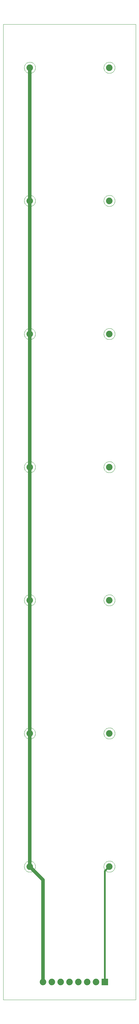
<source format=gtl>
G75*
G70*
%OFA0B0*%
%FSLAX24Y24*%
%IPPOS*%
%LPD*%
%AMOC8*
5,1,8,0,0,1.08239X$1,22.5*
%
%ADD10C,0.0000*%
%ADD11C,0.0740*%
%ADD12R,0.0740X0.0740*%
%ADD13C,0.0400*%
%ADD14C,0.0200*%
D10*
X000100Y000100D02*
X000100Y109970D01*
X015092Y109970D01*
X015092Y000100D01*
X000100Y000100D01*
X002470Y015100D02*
X002472Y015150D01*
X002478Y015200D01*
X002488Y015249D01*
X002502Y015297D01*
X002519Y015344D01*
X002540Y015389D01*
X002565Y015433D01*
X002593Y015474D01*
X002625Y015513D01*
X002659Y015550D01*
X002696Y015584D01*
X002736Y015614D01*
X002778Y015641D01*
X002822Y015665D01*
X002868Y015686D01*
X002915Y015702D01*
X002963Y015715D01*
X003013Y015724D01*
X003062Y015729D01*
X003113Y015730D01*
X003163Y015727D01*
X003212Y015720D01*
X003261Y015709D01*
X003309Y015694D01*
X003355Y015676D01*
X003400Y015654D01*
X003443Y015628D01*
X003484Y015599D01*
X003523Y015567D01*
X003559Y015532D01*
X003591Y015494D01*
X003621Y015454D01*
X003648Y015411D01*
X003671Y015367D01*
X003690Y015321D01*
X003706Y015273D01*
X003718Y015224D01*
X003726Y015175D01*
X003730Y015125D01*
X003730Y015075D01*
X003726Y015025D01*
X003718Y014976D01*
X003706Y014927D01*
X003690Y014879D01*
X003671Y014833D01*
X003648Y014789D01*
X003621Y014746D01*
X003591Y014706D01*
X003559Y014668D01*
X003523Y014633D01*
X003484Y014601D01*
X003443Y014572D01*
X003400Y014546D01*
X003355Y014524D01*
X003309Y014506D01*
X003261Y014491D01*
X003212Y014480D01*
X003163Y014473D01*
X003113Y014470D01*
X003062Y014471D01*
X003013Y014476D01*
X002963Y014485D01*
X002915Y014498D01*
X002868Y014514D01*
X002822Y014535D01*
X002778Y014559D01*
X002736Y014586D01*
X002696Y014616D01*
X002659Y014650D01*
X002625Y014687D01*
X002593Y014726D01*
X002565Y014767D01*
X002540Y014811D01*
X002519Y014856D01*
X002502Y014903D01*
X002488Y014951D01*
X002478Y015000D01*
X002472Y015050D01*
X002470Y015100D01*
X002470Y030100D02*
X002472Y030150D01*
X002478Y030200D01*
X002488Y030249D01*
X002502Y030297D01*
X002519Y030344D01*
X002540Y030389D01*
X002565Y030433D01*
X002593Y030474D01*
X002625Y030513D01*
X002659Y030550D01*
X002696Y030584D01*
X002736Y030614D01*
X002778Y030641D01*
X002822Y030665D01*
X002868Y030686D01*
X002915Y030702D01*
X002963Y030715D01*
X003013Y030724D01*
X003062Y030729D01*
X003113Y030730D01*
X003163Y030727D01*
X003212Y030720D01*
X003261Y030709D01*
X003309Y030694D01*
X003355Y030676D01*
X003400Y030654D01*
X003443Y030628D01*
X003484Y030599D01*
X003523Y030567D01*
X003559Y030532D01*
X003591Y030494D01*
X003621Y030454D01*
X003648Y030411D01*
X003671Y030367D01*
X003690Y030321D01*
X003706Y030273D01*
X003718Y030224D01*
X003726Y030175D01*
X003730Y030125D01*
X003730Y030075D01*
X003726Y030025D01*
X003718Y029976D01*
X003706Y029927D01*
X003690Y029879D01*
X003671Y029833D01*
X003648Y029789D01*
X003621Y029746D01*
X003591Y029706D01*
X003559Y029668D01*
X003523Y029633D01*
X003484Y029601D01*
X003443Y029572D01*
X003400Y029546D01*
X003355Y029524D01*
X003309Y029506D01*
X003261Y029491D01*
X003212Y029480D01*
X003163Y029473D01*
X003113Y029470D01*
X003062Y029471D01*
X003013Y029476D01*
X002963Y029485D01*
X002915Y029498D01*
X002868Y029514D01*
X002822Y029535D01*
X002778Y029559D01*
X002736Y029586D01*
X002696Y029616D01*
X002659Y029650D01*
X002625Y029687D01*
X002593Y029726D01*
X002565Y029767D01*
X002540Y029811D01*
X002519Y029856D01*
X002502Y029903D01*
X002488Y029951D01*
X002478Y030000D01*
X002472Y030050D01*
X002470Y030100D01*
X002470Y045100D02*
X002472Y045150D01*
X002478Y045200D01*
X002488Y045249D01*
X002502Y045297D01*
X002519Y045344D01*
X002540Y045389D01*
X002565Y045433D01*
X002593Y045474D01*
X002625Y045513D01*
X002659Y045550D01*
X002696Y045584D01*
X002736Y045614D01*
X002778Y045641D01*
X002822Y045665D01*
X002868Y045686D01*
X002915Y045702D01*
X002963Y045715D01*
X003013Y045724D01*
X003062Y045729D01*
X003113Y045730D01*
X003163Y045727D01*
X003212Y045720D01*
X003261Y045709D01*
X003309Y045694D01*
X003355Y045676D01*
X003400Y045654D01*
X003443Y045628D01*
X003484Y045599D01*
X003523Y045567D01*
X003559Y045532D01*
X003591Y045494D01*
X003621Y045454D01*
X003648Y045411D01*
X003671Y045367D01*
X003690Y045321D01*
X003706Y045273D01*
X003718Y045224D01*
X003726Y045175D01*
X003730Y045125D01*
X003730Y045075D01*
X003726Y045025D01*
X003718Y044976D01*
X003706Y044927D01*
X003690Y044879D01*
X003671Y044833D01*
X003648Y044789D01*
X003621Y044746D01*
X003591Y044706D01*
X003559Y044668D01*
X003523Y044633D01*
X003484Y044601D01*
X003443Y044572D01*
X003400Y044546D01*
X003355Y044524D01*
X003309Y044506D01*
X003261Y044491D01*
X003212Y044480D01*
X003163Y044473D01*
X003113Y044470D01*
X003062Y044471D01*
X003013Y044476D01*
X002963Y044485D01*
X002915Y044498D01*
X002868Y044514D01*
X002822Y044535D01*
X002778Y044559D01*
X002736Y044586D01*
X002696Y044616D01*
X002659Y044650D01*
X002625Y044687D01*
X002593Y044726D01*
X002565Y044767D01*
X002540Y044811D01*
X002519Y044856D01*
X002502Y044903D01*
X002488Y044951D01*
X002478Y045000D01*
X002472Y045050D01*
X002470Y045100D01*
X002470Y060100D02*
X002472Y060150D01*
X002478Y060200D01*
X002488Y060249D01*
X002502Y060297D01*
X002519Y060344D01*
X002540Y060389D01*
X002565Y060433D01*
X002593Y060474D01*
X002625Y060513D01*
X002659Y060550D01*
X002696Y060584D01*
X002736Y060614D01*
X002778Y060641D01*
X002822Y060665D01*
X002868Y060686D01*
X002915Y060702D01*
X002963Y060715D01*
X003013Y060724D01*
X003062Y060729D01*
X003113Y060730D01*
X003163Y060727D01*
X003212Y060720D01*
X003261Y060709D01*
X003309Y060694D01*
X003355Y060676D01*
X003400Y060654D01*
X003443Y060628D01*
X003484Y060599D01*
X003523Y060567D01*
X003559Y060532D01*
X003591Y060494D01*
X003621Y060454D01*
X003648Y060411D01*
X003671Y060367D01*
X003690Y060321D01*
X003706Y060273D01*
X003718Y060224D01*
X003726Y060175D01*
X003730Y060125D01*
X003730Y060075D01*
X003726Y060025D01*
X003718Y059976D01*
X003706Y059927D01*
X003690Y059879D01*
X003671Y059833D01*
X003648Y059789D01*
X003621Y059746D01*
X003591Y059706D01*
X003559Y059668D01*
X003523Y059633D01*
X003484Y059601D01*
X003443Y059572D01*
X003400Y059546D01*
X003355Y059524D01*
X003309Y059506D01*
X003261Y059491D01*
X003212Y059480D01*
X003163Y059473D01*
X003113Y059470D01*
X003062Y059471D01*
X003013Y059476D01*
X002963Y059485D01*
X002915Y059498D01*
X002868Y059514D01*
X002822Y059535D01*
X002778Y059559D01*
X002736Y059586D01*
X002696Y059616D01*
X002659Y059650D01*
X002625Y059687D01*
X002593Y059726D01*
X002565Y059767D01*
X002540Y059811D01*
X002519Y059856D01*
X002502Y059903D01*
X002488Y059951D01*
X002478Y060000D01*
X002472Y060050D01*
X002470Y060100D01*
X002470Y075100D02*
X002472Y075150D01*
X002478Y075200D01*
X002488Y075249D01*
X002502Y075297D01*
X002519Y075344D01*
X002540Y075389D01*
X002565Y075433D01*
X002593Y075474D01*
X002625Y075513D01*
X002659Y075550D01*
X002696Y075584D01*
X002736Y075614D01*
X002778Y075641D01*
X002822Y075665D01*
X002868Y075686D01*
X002915Y075702D01*
X002963Y075715D01*
X003013Y075724D01*
X003062Y075729D01*
X003113Y075730D01*
X003163Y075727D01*
X003212Y075720D01*
X003261Y075709D01*
X003309Y075694D01*
X003355Y075676D01*
X003400Y075654D01*
X003443Y075628D01*
X003484Y075599D01*
X003523Y075567D01*
X003559Y075532D01*
X003591Y075494D01*
X003621Y075454D01*
X003648Y075411D01*
X003671Y075367D01*
X003690Y075321D01*
X003706Y075273D01*
X003718Y075224D01*
X003726Y075175D01*
X003730Y075125D01*
X003730Y075075D01*
X003726Y075025D01*
X003718Y074976D01*
X003706Y074927D01*
X003690Y074879D01*
X003671Y074833D01*
X003648Y074789D01*
X003621Y074746D01*
X003591Y074706D01*
X003559Y074668D01*
X003523Y074633D01*
X003484Y074601D01*
X003443Y074572D01*
X003400Y074546D01*
X003355Y074524D01*
X003309Y074506D01*
X003261Y074491D01*
X003212Y074480D01*
X003163Y074473D01*
X003113Y074470D01*
X003062Y074471D01*
X003013Y074476D01*
X002963Y074485D01*
X002915Y074498D01*
X002868Y074514D01*
X002822Y074535D01*
X002778Y074559D01*
X002736Y074586D01*
X002696Y074616D01*
X002659Y074650D01*
X002625Y074687D01*
X002593Y074726D01*
X002565Y074767D01*
X002540Y074811D01*
X002519Y074856D01*
X002502Y074903D01*
X002488Y074951D01*
X002478Y075000D01*
X002472Y075050D01*
X002470Y075100D01*
X002470Y090100D02*
X002472Y090150D01*
X002478Y090200D01*
X002488Y090249D01*
X002502Y090297D01*
X002519Y090344D01*
X002540Y090389D01*
X002565Y090433D01*
X002593Y090474D01*
X002625Y090513D01*
X002659Y090550D01*
X002696Y090584D01*
X002736Y090614D01*
X002778Y090641D01*
X002822Y090665D01*
X002868Y090686D01*
X002915Y090702D01*
X002963Y090715D01*
X003013Y090724D01*
X003062Y090729D01*
X003113Y090730D01*
X003163Y090727D01*
X003212Y090720D01*
X003261Y090709D01*
X003309Y090694D01*
X003355Y090676D01*
X003400Y090654D01*
X003443Y090628D01*
X003484Y090599D01*
X003523Y090567D01*
X003559Y090532D01*
X003591Y090494D01*
X003621Y090454D01*
X003648Y090411D01*
X003671Y090367D01*
X003690Y090321D01*
X003706Y090273D01*
X003718Y090224D01*
X003726Y090175D01*
X003730Y090125D01*
X003730Y090075D01*
X003726Y090025D01*
X003718Y089976D01*
X003706Y089927D01*
X003690Y089879D01*
X003671Y089833D01*
X003648Y089789D01*
X003621Y089746D01*
X003591Y089706D01*
X003559Y089668D01*
X003523Y089633D01*
X003484Y089601D01*
X003443Y089572D01*
X003400Y089546D01*
X003355Y089524D01*
X003309Y089506D01*
X003261Y089491D01*
X003212Y089480D01*
X003163Y089473D01*
X003113Y089470D01*
X003062Y089471D01*
X003013Y089476D01*
X002963Y089485D01*
X002915Y089498D01*
X002868Y089514D01*
X002822Y089535D01*
X002778Y089559D01*
X002736Y089586D01*
X002696Y089616D01*
X002659Y089650D01*
X002625Y089687D01*
X002593Y089726D01*
X002565Y089767D01*
X002540Y089811D01*
X002519Y089856D01*
X002502Y089903D01*
X002488Y089951D01*
X002478Y090000D01*
X002472Y090050D01*
X002470Y090100D01*
X002470Y105100D02*
X002472Y105150D01*
X002478Y105200D01*
X002488Y105249D01*
X002502Y105297D01*
X002519Y105344D01*
X002540Y105389D01*
X002565Y105433D01*
X002593Y105474D01*
X002625Y105513D01*
X002659Y105550D01*
X002696Y105584D01*
X002736Y105614D01*
X002778Y105641D01*
X002822Y105665D01*
X002868Y105686D01*
X002915Y105702D01*
X002963Y105715D01*
X003013Y105724D01*
X003062Y105729D01*
X003113Y105730D01*
X003163Y105727D01*
X003212Y105720D01*
X003261Y105709D01*
X003309Y105694D01*
X003355Y105676D01*
X003400Y105654D01*
X003443Y105628D01*
X003484Y105599D01*
X003523Y105567D01*
X003559Y105532D01*
X003591Y105494D01*
X003621Y105454D01*
X003648Y105411D01*
X003671Y105367D01*
X003690Y105321D01*
X003706Y105273D01*
X003718Y105224D01*
X003726Y105175D01*
X003730Y105125D01*
X003730Y105075D01*
X003726Y105025D01*
X003718Y104976D01*
X003706Y104927D01*
X003690Y104879D01*
X003671Y104833D01*
X003648Y104789D01*
X003621Y104746D01*
X003591Y104706D01*
X003559Y104668D01*
X003523Y104633D01*
X003484Y104601D01*
X003443Y104572D01*
X003400Y104546D01*
X003355Y104524D01*
X003309Y104506D01*
X003261Y104491D01*
X003212Y104480D01*
X003163Y104473D01*
X003113Y104470D01*
X003062Y104471D01*
X003013Y104476D01*
X002963Y104485D01*
X002915Y104498D01*
X002868Y104514D01*
X002822Y104535D01*
X002778Y104559D01*
X002736Y104586D01*
X002696Y104616D01*
X002659Y104650D01*
X002625Y104687D01*
X002593Y104726D01*
X002565Y104767D01*
X002540Y104811D01*
X002519Y104856D01*
X002502Y104903D01*
X002488Y104951D01*
X002478Y105000D01*
X002472Y105050D01*
X002470Y105100D01*
X011470Y105100D02*
X011472Y105150D01*
X011478Y105200D01*
X011488Y105249D01*
X011502Y105297D01*
X011519Y105344D01*
X011540Y105389D01*
X011565Y105433D01*
X011593Y105474D01*
X011625Y105513D01*
X011659Y105550D01*
X011696Y105584D01*
X011736Y105614D01*
X011778Y105641D01*
X011822Y105665D01*
X011868Y105686D01*
X011915Y105702D01*
X011963Y105715D01*
X012013Y105724D01*
X012062Y105729D01*
X012113Y105730D01*
X012163Y105727D01*
X012212Y105720D01*
X012261Y105709D01*
X012309Y105694D01*
X012355Y105676D01*
X012400Y105654D01*
X012443Y105628D01*
X012484Y105599D01*
X012523Y105567D01*
X012559Y105532D01*
X012591Y105494D01*
X012621Y105454D01*
X012648Y105411D01*
X012671Y105367D01*
X012690Y105321D01*
X012706Y105273D01*
X012718Y105224D01*
X012726Y105175D01*
X012730Y105125D01*
X012730Y105075D01*
X012726Y105025D01*
X012718Y104976D01*
X012706Y104927D01*
X012690Y104879D01*
X012671Y104833D01*
X012648Y104789D01*
X012621Y104746D01*
X012591Y104706D01*
X012559Y104668D01*
X012523Y104633D01*
X012484Y104601D01*
X012443Y104572D01*
X012400Y104546D01*
X012355Y104524D01*
X012309Y104506D01*
X012261Y104491D01*
X012212Y104480D01*
X012163Y104473D01*
X012113Y104470D01*
X012062Y104471D01*
X012013Y104476D01*
X011963Y104485D01*
X011915Y104498D01*
X011868Y104514D01*
X011822Y104535D01*
X011778Y104559D01*
X011736Y104586D01*
X011696Y104616D01*
X011659Y104650D01*
X011625Y104687D01*
X011593Y104726D01*
X011565Y104767D01*
X011540Y104811D01*
X011519Y104856D01*
X011502Y104903D01*
X011488Y104951D01*
X011478Y105000D01*
X011472Y105050D01*
X011470Y105100D01*
X011470Y090100D02*
X011472Y090150D01*
X011478Y090200D01*
X011488Y090249D01*
X011502Y090297D01*
X011519Y090344D01*
X011540Y090389D01*
X011565Y090433D01*
X011593Y090474D01*
X011625Y090513D01*
X011659Y090550D01*
X011696Y090584D01*
X011736Y090614D01*
X011778Y090641D01*
X011822Y090665D01*
X011868Y090686D01*
X011915Y090702D01*
X011963Y090715D01*
X012013Y090724D01*
X012062Y090729D01*
X012113Y090730D01*
X012163Y090727D01*
X012212Y090720D01*
X012261Y090709D01*
X012309Y090694D01*
X012355Y090676D01*
X012400Y090654D01*
X012443Y090628D01*
X012484Y090599D01*
X012523Y090567D01*
X012559Y090532D01*
X012591Y090494D01*
X012621Y090454D01*
X012648Y090411D01*
X012671Y090367D01*
X012690Y090321D01*
X012706Y090273D01*
X012718Y090224D01*
X012726Y090175D01*
X012730Y090125D01*
X012730Y090075D01*
X012726Y090025D01*
X012718Y089976D01*
X012706Y089927D01*
X012690Y089879D01*
X012671Y089833D01*
X012648Y089789D01*
X012621Y089746D01*
X012591Y089706D01*
X012559Y089668D01*
X012523Y089633D01*
X012484Y089601D01*
X012443Y089572D01*
X012400Y089546D01*
X012355Y089524D01*
X012309Y089506D01*
X012261Y089491D01*
X012212Y089480D01*
X012163Y089473D01*
X012113Y089470D01*
X012062Y089471D01*
X012013Y089476D01*
X011963Y089485D01*
X011915Y089498D01*
X011868Y089514D01*
X011822Y089535D01*
X011778Y089559D01*
X011736Y089586D01*
X011696Y089616D01*
X011659Y089650D01*
X011625Y089687D01*
X011593Y089726D01*
X011565Y089767D01*
X011540Y089811D01*
X011519Y089856D01*
X011502Y089903D01*
X011488Y089951D01*
X011478Y090000D01*
X011472Y090050D01*
X011470Y090100D01*
X011470Y075100D02*
X011472Y075150D01*
X011478Y075200D01*
X011488Y075249D01*
X011502Y075297D01*
X011519Y075344D01*
X011540Y075389D01*
X011565Y075433D01*
X011593Y075474D01*
X011625Y075513D01*
X011659Y075550D01*
X011696Y075584D01*
X011736Y075614D01*
X011778Y075641D01*
X011822Y075665D01*
X011868Y075686D01*
X011915Y075702D01*
X011963Y075715D01*
X012013Y075724D01*
X012062Y075729D01*
X012113Y075730D01*
X012163Y075727D01*
X012212Y075720D01*
X012261Y075709D01*
X012309Y075694D01*
X012355Y075676D01*
X012400Y075654D01*
X012443Y075628D01*
X012484Y075599D01*
X012523Y075567D01*
X012559Y075532D01*
X012591Y075494D01*
X012621Y075454D01*
X012648Y075411D01*
X012671Y075367D01*
X012690Y075321D01*
X012706Y075273D01*
X012718Y075224D01*
X012726Y075175D01*
X012730Y075125D01*
X012730Y075075D01*
X012726Y075025D01*
X012718Y074976D01*
X012706Y074927D01*
X012690Y074879D01*
X012671Y074833D01*
X012648Y074789D01*
X012621Y074746D01*
X012591Y074706D01*
X012559Y074668D01*
X012523Y074633D01*
X012484Y074601D01*
X012443Y074572D01*
X012400Y074546D01*
X012355Y074524D01*
X012309Y074506D01*
X012261Y074491D01*
X012212Y074480D01*
X012163Y074473D01*
X012113Y074470D01*
X012062Y074471D01*
X012013Y074476D01*
X011963Y074485D01*
X011915Y074498D01*
X011868Y074514D01*
X011822Y074535D01*
X011778Y074559D01*
X011736Y074586D01*
X011696Y074616D01*
X011659Y074650D01*
X011625Y074687D01*
X011593Y074726D01*
X011565Y074767D01*
X011540Y074811D01*
X011519Y074856D01*
X011502Y074903D01*
X011488Y074951D01*
X011478Y075000D01*
X011472Y075050D01*
X011470Y075100D01*
X011470Y060100D02*
X011472Y060150D01*
X011478Y060200D01*
X011488Y060249D01*
X011502Y060297D01*
X011519Y060344D01*
X011540Y060389D01*
X011565Y060433D01*
X011593Y060474D01*
X011625Y060513D01*
X011659Y060550D01*
X011696Y060584D01*
X011736Y060614D01*
X011778Y060641D01*
X011822Y060665D01*
X011868Y060686D01*
X011915Y060702D01*
X011963Y060715D01*
X012013Y060724D01*
X012062Y060729D01*
X012113Y060730D01*
X012163Y060727D01*
X012212Y060720D01*
X012261Y060709D01*
X012309Y060694D01*
X012355Y060676D01*
X012400Y060654D01*
X012443Y060628D01*
X012484Y060599D01*
X012523Y060567D01*
X012559Y060532D01*
X012591Y060494D01*
X012621Y060454D01*
X012648Y060411D01*
X012671Y060367D01*
X012690Y060321D01*
X012706Y060273D01*
X012718Y060224D01*
X012726Y060175D01*
X012730Y060125D01*
X012730Y060075D01*
X012726Y060025D01*
X012718Y059976D01*
X012706Y059927D01*
X012690Y059879D01*
X012671Y059833D01*
X012648Y059789D01*
X012621Y059746D01*
X012591Y059706D01*
X012559Y059668D01*
X012523Y059633D01*
X012484Y059601D01*
X012443Y059572D01*
X012400Y059546D01*
X012355Y059524D01*
X012309Y059506D01*
X012261Y059491D01*
X012212Y059480D01*
X012163Y059473D01*
X012113Y059470D01*
X012062Y059471D01*
X012013Y059476D01*
X011963Y059485D01*
X011915Y059498D01*
X011868Y059514D01*
X011822Y059535D01*
X011778Y059559D01*
X011736Y059586D01*
X011696Y059616D01*
X011659Y059650D01*
X011625Y059687D01*
X011593Y059726D01*
X011565Y059767D01*
X011540Y059811D01*
X011519Y059856D01*
X011502Y059903D01*
X011488Y059951D01*
X011478Y060000D01*
X011472Y060050D01*
X011470Y060100D01*
X011470Y045100D02*
X011472Y045150D01*
X011478Y045200D01*
X011488Y045249D01*
X011502Y045297D01*
X011519Y045344D01*
X011540Y045389D01*
X011565Y045433D01*
X011593Y045474D01*
X011625Y045513D01*
X011659Y045550D01*
X011696Y045584D01*
X011736Y045614D01*
X011778Y045641D01*
X011822Y045665D01*
X011868Y045686D01*
X011915Y045702D01*
X011963Y045715D01*
X012013Y045724D01*
X012062Y045729D01*
X012113Y045730D01*
X012163Y045727D01*
X012212Y045720D01*
X012261Y045709D01*
X012309Y045694D01*
X012355Y045676D01*
X012400Y045654D01*
X012443Y045628D01*
X012484Y045599D01*
X012523Y045567D01*
X012559Y045532D01*
X012591Y045494D01*
X012621Y045454D01*
X012648Y045411D01*
X012671Y045367D01*
X012690Y045321D01*
X012706Y045273D01*
X012718Y045224D01*
X012726Y045175D01*
X012730Y045125D01*
X012730Y045075D01*
X012726Y045025D01*
X012718Y044976D01*
X012706Y044927D01*
X012690Y044879D01*
X012671Y044833D01*
X012648Y044789D01*
X012621Y044746D01*
X012591Y044706D01*
X012559Y044668D01*
X012523Y044633D01*
X012484Y044601D01*
X012443Y044572D01*
X012400Y044546D01*
X012355Y044524D01*
X012309Y044506D01*
X012261Y044491D01*
X012212Y044480D01*
X012163Y044473D01*
X012113Y044470D01*
X012062Y044471D01*
X012013Y044476D01*
X011963Y044485D01*
X011915Y044498D01*
X011868Y044514D01*
X011822Y044535D01*
X011778Y044559D01*
X011736Y044586D01*
X011696Y044616D01*
X011659Y044650D01*
X011625Y044687D01*
X011593Y044726D01*
X011565Y044767D01*
X011540Y044811D01*
X011519Y044856D01*
X011502Y044903D01*
X011488Y044951D01*
X011478Y045000D01*
X011472Y045050D01*
X011470Y045100D01*
X011470Y030100D02*
X011472Y030150D01*
X011478Y030200D01*
X011488Y030249D01*
X011502Y030297D01*
X011519Y030344D01*
X011540Y030389D01*
X011565Y030433D01*
X011593Y030474D01*
X011625Y030513D01*
X011659Y030550D01*
X011696Y030584D01*
X011736Y030614D01*
X011778Y030641D01*
X011822Y030665D01*
X011868Y030686D01*
X011915Y030702D01*
X011963Y030715D01*
X012013Y030724D01*
X012062Y030729D01*
X012113Y030730D01*
X012163Y030727D01*
X012212Y030720D01*
X012261Y030709D01*
X012309Y030694D01*
X012355Y030676D01*
X012400Y030654D01*
X012443Y030628D01*
X012484Y030599D01*
X012523Y030567D01*
X012559Y030532D01*
X012591Y030494D01*
X012621Y030454D01*
X012648Y030411D01*
X012671Y030367D01*
X012690Y030321D01*
X012706Y030273D01*
X012718Y030224D01*
X012726Y030175D01*
X012730Y030125D01*
X012730Y030075D01*
X012726Y030025D01*
X012718Y029976D01*
X012706Y029927D01*
X012690Y029879D01*
X012671Y029833D01*
X012648Y029789D01*
X012621Y029746D01*
X012591Y029706D01*
X012559Y029668D01*
X012523Y029633D01*
X012484Y029601D01*
X012443Y029572D01*
X012400Y029546D01*
X012355Y029524D01*
X012309Y029506D01*
X012261Y029491D01*
X012212Y029480D01*
X012163Y029473D01*
X012113Y029470D01*
X012062Y029471D01*
X012013Y029476D01*
X011963Y029485D01*
X011915Y029498D01*
X011868Y029514D01*
X011822Y029535D01*
X011778Y029559D01*
X011736Y029586D01*
X011696Y029616D01*
X011659Y029650D01*
X011625Y029687D01*
X011593Y029726D01*
X011565Y029767D01*
X011540Y029811D01*
X011519Y029856D01*
X011502Y029903D01*
X011488Y029951D01*
X011478Y030000D01*
X011472Y030050D01*
X011470Y030100D01*
X011470Y015100D02*
X011472Y015150D01*
X011478Y015200D01*
X011488Y015249D01*
X011502Y015297D01*
X011519Y015344D01*
X011540Y015389D01*
X011565Y015433D01*
X011593Y015474D01*
X011625Y015513D01*
X011659Y015550D01*
X011696Y015584D01*
X011736Y015614D01*
X011778Y015641D01*
X011822Y015665D01*
X011868Y015686D01*
X011915Y015702D01*
X011963Y015715D01*
X012013Y015724D01*
X012062Y015729D01*
X012113Y015730D01*
X012163Y015727D01*
X012212Y015720D01*
X012261Y015709D01*
X012309Y015694D01*
X012355Y015676D01*
X012400Y015654D01*
X012443Y015628D01*
X012484Y015599D01*
X012523Y015567D01*
X012559Y015532D01*
X012591Y015494D01*
X012621Y015454D01*
X012648Y015411D01*
X012671Y015367D01*
X012690Y015321D01*
X012706Y015273D01*
X012718Y015224D01*
X012726Y015175D01*
X012730Y015125D01*
X012730Y015075D01*
X012726Y015025D01*
X012718Y014976D01*
X012706Y014927D01*
X012690Y014879D01*
X012671Y014833D01*
X012648Y014789D01*
X012621Y014746D01*
X012591Y014706D01*
X012559Y014668D01*
X012523Y014633D01*
X012484Y014601D01*
X012443Y014572D01*
X012400Y014546D01*
X012355Y014524D01*
X012309Y014506D01*
X012261Y014491D01*
X012212Y014480D01*
X012163Y014473D01*
X012113Y014470D01*
X012062Y014471D01*
X012013Y014476D01*
X011963Y014485D01*
X011915Y014498D01*
X011868Y014514D01*
X011822Y014535D01*
X011778Y014559D01*
X011736Y014586D01*
X011696Y014616D01*
X011659Y014650D01*
X011625Y014687D01*
X011593Y014726D01*
X011565Y014767D01*
X011540Y014811D01*
X011519Y014856D01*
X011502Y014903D01*
X011488Y014951D01*
X011478Y015000D01*
X011472Y015050D01*
X011470Y015100D01*
D11*
X012100Y015100D03*
X010600Y002100D03*
X009600Y002100D03*
X008600Y002100D03*
X007600Y002100D03*
X006600Y002100D03*
X005600Y002100D03*
X004600Y002100D03*
X003100Y015100D03*
X003100Y030100D03*
X003100Y045100D03*
X003100Y060100D03*
X003100Y075100D03*
X003100Y090100D03*
X003100Y105100D03*
X012100Y105100D03*
X012100Y090100D03*
X012100Y075100D03*
X012100Y060100D03*
X012100Y045100D03*
X012100Y030100D03*
D12*
X011600Y002100D03*
D13*
X004600Y002100D02*
X004600Y013600D01*
X003100Y015100D01*
X003100Y030100D01*
X003100Y045100D01*
X003100Y060100D01*
X003100Y075100D01*
X003100Y090100D01*
X003100Y105100D01*
D14*
X012100Y015100D02*
X011600Y014600D01*
X011600Y002100D01*
M02*

</source>
